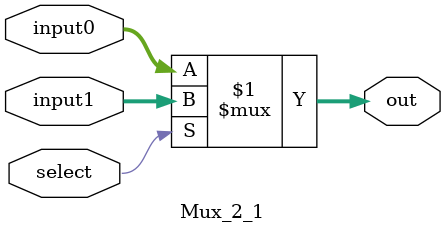
<source format=v>
`timescale 1ns / 1ps
module Mux_2_1(input1, input0, select, out);
	
	input  select;						// 1 bit
	input	 [15:0] input1, input0;	// 16 bit
	
	output [15:0] out;				// 16 bit
	
	assign out = (select) ? input1 : input0;
	
endmodule

</source>
